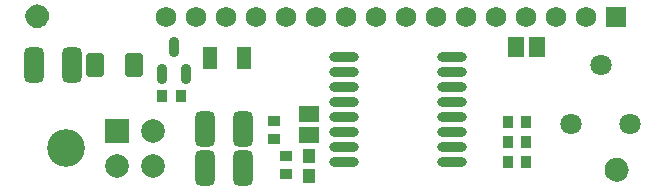
<source format=gts>
G04*
G04 #@! TF.GenerationSoftware,Altium Limited,Altium Designer,18.0.9 (584)*
G04*
G04 Layer_Color=8388736*
%FSLAX24Y24*%
%MOIN*%
G70*
G01*
G75*
%ADD20O,0.0361X0.0671*%
G04:AMPARAMS|DCode=21|XSize=118.2mil|YSize=67.1mil|CornerRadius=18.8mil|HoleSize=0mil|Usage=FLASHONLY|Rotation=90.000|XOffset=0mil|YOffset=0mil|HoleType=Round|Shape=RoundedRectangle|*
%AMROUNDEDRECTD21*
21,1,0.1182,0.0295,0,0,90.0*
21,1,0.0807,0.0671,0,0,90.0*
1,1,0.0375,0.0148,0.0404*
1,1,0.0375,0.0148,-0.0404*
1,1,0.0375,-0.0148,-0.0404*
1,1,0.0375,-0.0148,0.0404*
%
%ADD21ROUNDEDRECTD21*%
G04:AMPARAMS|DCode=22|XSize=59.2mil|YSize=80mil|CornerRadius=6.6mil|HoleSize=0mil|Usage=FLASHONLY|Rotation=180.000|XOffset=0mil|YOffset=0mil|HoleType=Round|Shape=RoundedRectangle|*
%AMROUNDEDRECTD22*
21,1,0.0592,0.0669,0,0,180.0*
21,1,0.0461,0.0800,0,0,180.0*
1,1,0.0131,-0.0230,0.0335*
1,1,0.0131,0.0230,0.0335*
1,1,0.0131,0.0230,-0.0335*
1,1,0.0131,-0.0230,-0.0335*
%
%ADD22ROUNDEDRECTD22*%
%ADD23R,0.0356X0.0434*%
%ADD24R,0.0651X0.0533*%
%ADD25R,0.0434X0.0474*%
%ADD26R,0.0493X0.0769*%
%ADD27O,0.0986X0.0316*%
%ADD28R,0.0434X0.0356*%
%ADD29R,0.0533X0.0651*%
%ADD30C,0.0789*%
%ADD31C,0.1261*%
%ADD32R,0.0789X0.0789*%
%ADD33C,0.0710*%
%ADD34C,0.0680*%
%ADD35R,0.0680X0.0680*%
G36*
X36286Y34774D02*
X36300Y34671D01*
X36339Y34575D01*
X36402Y34493D01*
X36485Y34430D01*
X36580Y34390D01*
X36683Y34377D01*
X36786Y34390D01*
X36882Y34430D01*
X36964Y34493D01*
X37027Y34575D01*
X37067Y34671D01*
X37080Y34774D01*
X37067Y34876D01*
X37027Y34972D01*
X36964Y35054D01*
X36882Y35118D01*
X36786Y35157D01*
X36683Y35171D01*
X36580Y35157D01*
X36485Y35118D01*
X36402Y35054D01*
X36339Y34972D01*
X36300Y34876D01*
X36286Y34774D01*
D02*
G37*
G36*
X55607Y29656D02*
X55620Y29553D01*
X55660Y29457D01*
X55723Y29375D01*
X55805Y29312D01*
X55901Y29272D01*
X56004Y29258D01*
X56107Y29272D01*
X56202Y29312D01*
X56285Y29375D01*
X56348Y29457D01*
X56388Y29553D01*
X56401Y29656D01*
X56388Y29758D01*
X56348Y29854D01*
X56285Y29936D01*
X56202Y29999D01*
X56107Y30039D01*
X56004Y30053D01*
X55901Y30039D01*
X55805Y29999D01*
X55723Y29936D01*
X55660Y29854D01*
X55620Y29758D01*
X55607Y29656D01*
D02*
G37*
D20*
X40844Y32844D02*
D03*
X41644D02*
D03*
X41244Y33754D02*
D03*
D21*
X37835Y33159D02*
D03*
X36575D02*
D03*
X42274Y31014D02*
D03*
X43533D02*
D03*
X42283Y29705D02*
D03*
X43543D02*
D03*
D22*
X39922Y33150D02*
D03*
X38622D02*
D03*
D23*
X41467Y32116D02*
D03*
X40857D02*
D03*
X52992Y29911D02*
D03*
X52382D02*
D03*
X52382Y30561D02*
D03*
X52992D02*
D03*
X52372Y31250D02*
D03*
X52982D02*
D03*
D24*
X45728Y31516D02*
D03*
Y30807D02*
D03*
D25*
X45728Y29439D02*
D03*
Y30108D02*
D03*
D26*
X42431Y33366D02*
D03*
X43573D02*
D03*
D27*
X50502Y29904D02*
D03*
Y30404D02*
D03*
Y30904D02*
D03*
Y31404D02*
D03*
Y31904D02*
D03*
Y32404D02*
D03*
Y32904D02*
D03*
Y33404D02*
D03*
X46919Y29904D02*
D03*
Y30404D02*
D03*
Y30904D02*
D03*
Y31404D02*
D03*
Y31904D02*
D03*
Y32404D02*
D03*
Y32904D02*
D03*
Y33404D02*
D03*
D28*
X44577Y30669D02*
D03*
Y31279D02*
D03*
X44970Y29498D02*
D03*
Y30108D02*
D03*
D29*
X53356Y33760D02*
D03*
X52648D02*
D03*
D30*
X40541Y30955D02*
D03*
Y29774D02*
D03*
X39360D02*
D03*
D31*
X37659Y30364D02*
D03*
D32*
X39360Y30955D02*
D03*
D33*
X54488Y31161D02*
D03*
X56457D02*
D03*
X55472Y33130D02*
D03*
D34*
X40974Y34754D02*
D03*
X43974D02*
D03*
X46974D02*
D03*
X49974D02*
D03*
X52974D02*
D03*
X41974D02*
D03*
X42974D02*
D03*
X44974D02*
D03*
X45974D02*
D03*
X47974D02*
D03*
X48974D02*
D03*
X50974D02*
D03*
X51974D02*
D03*
X53974D02*
D03*
X54974D02*
D03*
D35*
X55974D02*
D03*
M02*

</source>
